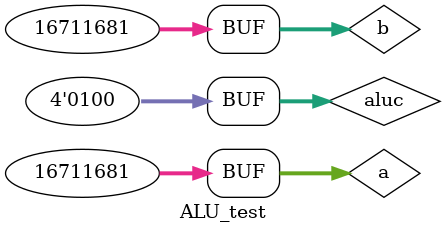
<source format=v>
`timescale 1ns / 1ps


module ALU_test;

	// Inputs
	reg [31:0] a;
	reg [31:0] b;
	reg [3:0] aluc;

	// Outputs
	wire [31:0] r;
	wire z;

	// Instantiate the Unit Under Test (UUT)
	ALU uut (
		.a(a), 
		.b(b), 
		.aluc(aluc), 
		.r(r), 
		.z(z)
	);

	initial begin
		// Initialize Inputs
		a = 32'h00ff00ff;
		b = 32'h00ff0001;
		aluc = 0;

		// Wait 100 ns for global reset to finish
		#10 aluc = 1;
		#10 aluc = 2;
		#10 aluc = 3;
		#10 aluc = 4;
		#10 aluc = 5;
		#10 aluc = 6;
		#10 aluc = 7;
		#10 aluc = 8;
		#10 aluc = 9;
		#10 aluc = 10;
		#10 aluc = 12;
		#10 aluc = 13;
		#10 aluc = 14;
		#10 aluc = 15;
      #10 aluc = 4;a = 32'h00ff0001;  
		// Add stimulus here

	end
      
endmodule


</source>
